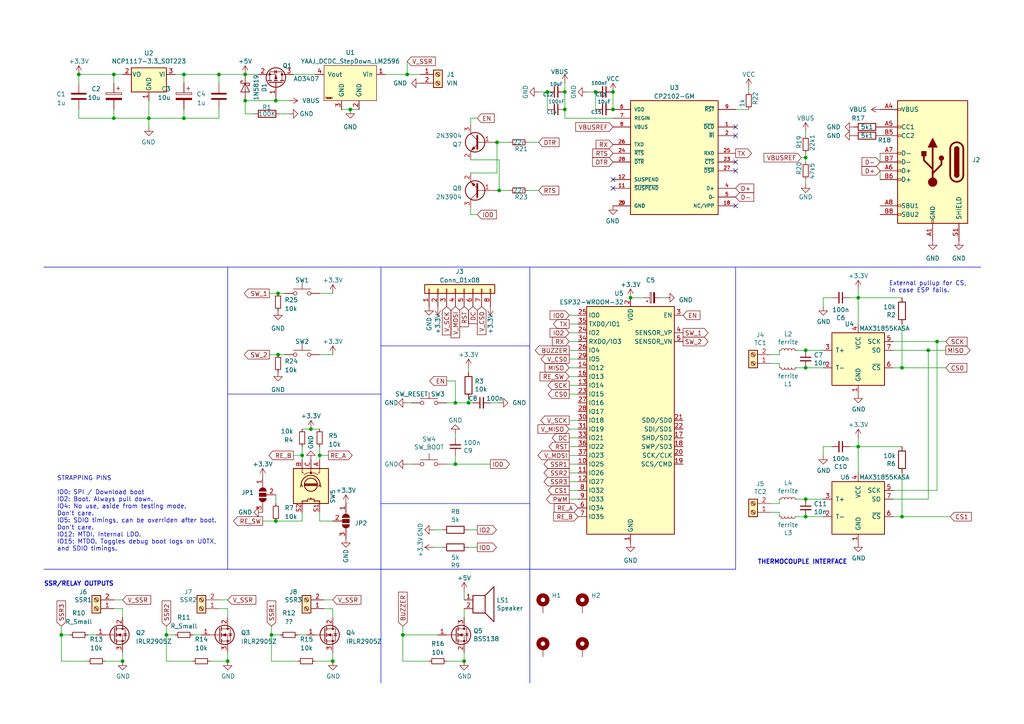
<source format=kicad_sch>
(kicad_sch (version 20230121) (generator eeschema)
  (paper "A4")
  (title_block (title "ReflowESP") (date "2022-08-22") (rev "v0.0.7") (company "Thomas Aldrian"))
  (junction (at 163.83 26.67))
  (junction (at 53.34 21.59))
  (junction (at 172.72 26.67))
  (junction (at 17.78 184.15))
  (junction (at 144.145 41.275))
  (junction (at 80.645 85.09))
  (junction (at 271.78 99.06))
  (junction (at 135.89 116.84))
  (junction (at 71.12 29.21))
  (junction (at 33.02 21.59))
  (junction (at 118.11 21.59))
  (junction (at 233.68 101.6))
  (junction (at 177.8 26.67))
  (junction (at 80.01 151.13))
  (junction (at 233.68 144.78))
  (junction (at 80.645 102.87))
  (junction (at 90.17 124.46))
  (junction (at 22.86 21.59))
  (junction (at 66.04 191.77))
  (junction (at 53.34 34.29))
  (junction (at 71.12 21.59))
  (junction (at 134.62 191.77))
  (junction (at 158.75 26.67))
  (junction (at 233.68 106.68))
  (junction (at 63.5 21.59))
  (junction (at 35.56 191.77))
  (junction (at 101.6 31.75))
  (junction (at 92.71 132.08))
  (junction (at 116.84 184.15))
  (junction (at 33.02 34.29))
  (junction (at 43.18 34.29))
  (junction (at 96.52 191.77))
  (junction (at 144.78 55.245))
  (junction (at 182.88 86.36))
  (junction (at 248.92 86.36))
  (junction (at 177.8 31.75))
  (junction (at 269.24 101.6))
  (junction (at 163.83 31.75))
  (junction (at 261.62 149.86))
  (junction (at 48.26 184.15))
  (junction (at 261.62 106.68))
  (junction (at 233.68 149.86))
  (junction (at 132.08 116.84))
  (junction (at 248.92 129.54))
  (junction (at 87.63 132.08))
  (junction (at 80.01 29.21))
  (junction (at 132.08 134.62))
  (junction (at 78.74 184.15))
  (junction (at 233.68 45.72))
  (no_connect (at 213.36 59.69))
  (no_connect (at 213.36 49.53))
  (no_connect (at 213.36 36.83))
  (no_connect (at 177.8 54.61))
  (no_connect (at 177.8 52.07))
  (no_connect (at 213.36 46.99))
  (no_connect (at 213.36 39.37))
  (wire (pts (xy 92.71 129.54) (xy 92.71 132.08)))
  (wire (pts (xy 132.08 110.49) (xy 132.08 116.84)))
  (wire (pts (xy 17.78 184.15) (xy 20.32 184.15)))
  (wire (pts (xy 132.08 134.62) (xy 142.24 134.62)))
  (wire (pts (xy 269.24 144.78) (xy 269.24 101.6)))
  (wire (pts (xy 87.63 132.08) (xy 87.63 133.35)))
  (wire (pts (xy 93.98 176.53) (xy 96.52 176.53)))
  (wire (pts (xy 96.52 176.53) (xy 96.52 179.07)))
  (wire (pts (xy 87.63 129.54) (xy 87.63 132.08)))
  (wire (pts (xy 138.43 153.67) (xy 135.89 153.67)))
  (wire (pts (xy 116.84 191.77) (xy 116.84 184.15)))
  (wire (pts (xy 80.645 102.87) (xy 82.55 102.87)))
  (wire (pts (xy 248.92 127) (xy 248.92 129.54)))
  (wire (pts (xy 135.89 106.68) (xy 135.89 107.95)))
  (wire (pts (xy 167.64 104.14) (xy 165.1 104.14)))
  (wire (pts (xy 163.83 26.67) (xy 163.83 31.75)))
  (wire (pts (xy 238.76 129.54) (xy 241.3 129.54)))
  (wire (pts (xy 259.08 144.78) (xy 269.24 144.78)))
  (wire (pts (xy 269.24 101.6) (xy 274.32 101.6)))
  (wire (pts (xy 78.74 184.15) (xy 81.28 184.15)))
  (wire (pts (xy 246.38 86.36) (xy 248.92 86.36)))
  (wire (pts (xy 35.56 176.53) (xy 35.56 179.07)))
  (wire (pts (xy 116.84 181.61) (xy 116.84 184.15)))
  (wire (pts (xy 83.82 33.02) (xy 81.28 33.02)))
  (wire (pts (xy 33.02 34.29) (xy 22.86 34.29)))
  (wire (pts (xy 135.89 158.75) (xy 138.43 158.75)))
  (wire (pts (xy 80.645 85.09) (xy 82.55 85.09)))
  (wire (pts (xy 25.4 184.15) (xy 27.94 184.15)))
  (wire (pts (xy 53.34 21.59) (xy 50.8 21.59)))
  (wire (pts (xy 96.52 173.99) (xy 93.98 173.99)))
  (wire (pts (xy 95.25 132.08) (xy 92.71 132.08)))
  (wire (pts (xy 78.74 191.77) (xy 86.36 191.77)))
  (wire (pts (xy 129.54 110.49) (xy 132.08 110.49)))
  (wire (pts (xy 53.34 21.59) (xy 53.34 24.13)))
  (wire (pts (xy 63.5 31.75) (xy 63.5 34.29)))
  (wire (pts (xy 74.93 21.59) (xy 71.12 21.59)))
  (wire (pts (xy 147.955 41.275) (xy 144.145 41.275)))
  (wire (pts (xy 85.09 21.59) (xy 91.44 21.59)))
  (wire (pts (xy 22.86 21.59) (xy 33.02 21.59)))
  (wire (pts (xy 43.18 36.83) (xy 43.18 34.29)))
  (wire (pts (xy 116.84 184.15) (xy 127 184.15)))
  (wire (pts (xy 231.14 149.86) (xy 233.68 149.86)))
  (wire (pts (xy 80.01 143.51) (xy 80.01 146.05)))
  (polyline (pts (xy 153.67 165.1) (xy 153.67 198.12)))
  (polyline (pts (xy 110.49 165.1) (xy 110.49 198.12)))
  (wire (pts (xy 63.5 21.59) (xy 53.34 21.59)))
  (wire (pts (xy 167.64 124.46) (xy 165.1 124.46)))
  (wire (pts (xy 238.76 132.08) (xy 238.76 129.54)))
  (wire (pts (xy 142.24 116.84) (xy 144.78 116.84)))
  (wire (pts (xy 96.52 102.87) (xy 92.71 102.87)))
  (wire (pts (xy 80.01 29.21) (xy 83.82 29.21)))
  (wire (pts (xy 129.54 191.77) (xy 134.62 191.77)))
  (wire (pts (xy 17.78 191.77) (xy 17.78 184.15)))
  (wire (pts (xy 135.89 116.84) (xy 137.16 116.84)))
  (wire (pts (xy 78.74 191.77) (xy 78.74 184.15)))
  (wire (pts (xy 226.06 105.41) (xy 223.52 105.41)))
  (wire (pts (xy 132.08 132.08) (xy 132.08 134.62)))
  (wire (pts (xy 248.92 86.36) (xy 248.92 93.98)))
  (wire (pts (xy 43.18 34.29) (xy 43.18 29.21)))
  (wire (pts (xy 48.26 184.15) (xy 50.8 184.15)))
  (wire (pts (xy 167.64 129.54) (xy 165.1 129.54)))
  (wire (pts (xy 76.2 151.13) (xy 80.01 151.13)))
  (wire (pts (xy 231.14 144.78) (xy 233.68 144.78)))
  (wire (pts (xy 226.06 102.87) (xy 223.52 102.87)))
  (wire (pts (xy 101.6 31.75) (xy 104.14 31.75)))
  (wire (pts (xy 129.54 134.62) (xy 132.08 134.62)))
  (wire (pts (xy 165.1 106.68) (xy 167.64 106.68)))
  (polyline (pts (xy 66.04 77.47) (xy 66.04 165.1)))
  (wire (pts (xy 96.52 189.23) (xy 96.52 191.77)))
  (wire (pts (xy 136.525 50.165) (xy 144.145 50.165)))
  (wire (pts (xy 129.54 116.84) (xy 132.08 116.84)))
  (wire (pts (xy 92.71 151.13) (xy 92.71 148.59)))
  (wire (pts (xy 17.78 181.61) (xy 17.78 184.15)))
  (wire (pts (xy 248.92 86.36) (xy 261.62 86.36)))
  (wire (pts (xy 78.74 181.61) (xy 78.74 184.15)))
  (wire (pts (xy 33.02 24.13) (xy 33.02 21.59)))
  (wire (pts (xy 259.08 142.24) (xy 271.78 142.24)))
  (polyline (pts (xy 12.7 77.47) (xy 153.67 77.47)))
  (wire (pts (xy 144.78 55.245) (xy 147.955 55.245)))
  (wire (pts (xy 177.8 34.29) (xy 163.83 34.29)))
  (wire (pts (xy 71.12 33.02) (xy 71.12 29.21)))
  (wire (pts (xy 121.92 21.59) (xy 118.11 21.59)))
  (wire (pts (xy 132.08 116.84) (xy 135.89 116.84)))
  (wire (pts (xy 177.8 26.67) (xy 177.8 31.75)))
  (wire (pts (xy 99.06 31.75) (xy 101.6 31.75)))
  (wire (pts (xy 167.64 127) (xy 165.1 127)))
  (wire (pts (xy 125.73 153.67) (xy 128.27 153.67)))
  (wire (pts (xy 231.14 101.6) (xy 233.68 101.6)))
  (polyline (pts (xy 66.04 114.3) (xy 110.49 114.3)))
  (wire (pts (xy 96.52 85.09) (xy 92.71 85.09)))
  (wire (pts (xy 167.64 96.52) (xy 165.1 96.52)))
  (wire (pts (xy 255.27 44.45) (xy 255.27 46.99)))
  (wire (pts (xy 233.68 101.6) (xy 238.76 101.6)))
  (wire (pts (xy 96.52 151.13) (xy 92.71 151.13)))
  (wire (pts (xy 255.27 49.53) (xy 255.27 52.07)))
  (wire (pts (xy 63.5 21.59) (xy 63.5 24.13)))
  (polyline (pts (xy 12.7 165.1) (xy 213.36 165.1)))
  (wire (pts (xy 165.1 93.98) (xy 167.64 93.98)))
  (wire (pts (xy 92.71 132.08) (xy 92.71 133.35)))
  (wire (pts (xy 78.105 102.87) (xy 80.645 102.87)))
  (wire (pts (xy 118.11 116.84) (xy 119.38 116.84)))
  (wire (pts (xy 167.64 121.92) (xy 165.1 121.92)))
  (wire (pts (xy 165.1 114.3) (xy 167.64 114.3)))
  (wire (pts (xy 17.78 191.77) (xy 25.4 191.77)))
  (wire (pts (xy 111.76 21.59) (xy 118.11 21.59)))
  (wire (pts (xy 165.1 144.78) (xy 167.64 144.78)))
  (wire (pts (xy 259.08 106.68) (xy 261.62 106.68)))
  (wire (pts (xy 134.62 189.23) (xy 134.62 191.77)))
  (wire (pts (xy 248.92 129.54) (xy 248.92 137.16)))
  (wire (pts (xy 136.525 62.23) (xy 136.525 60.325)))
  (wire (pts (xy 53.34 31.75) (xy 53.34 34.29)))
  (polyline (pts (xy 153.67 77.47) (xy 215.9 77.47)))
  (wire (pts (xy 30.48 191.77) (xy 35.56 191.77)))
  (wire (pts (xy 238.76 88.9) (xy 238.76 86.36)))
  (polyline (pts (xy 110.49 77.47) (xy 110.49 165.1)))
  (wire (pts (xy 85.09 132.08) (xy 87.63 132.08)))
  (wire (pts (xy 66.04 173.99) (xy 63.5 173.99)))
  (wire (pts (xy 271.78 99.06) (xy 274.32 99.06)))
  (polyline (pts (xy 213.36 77.47) (xy 213.36 165.1)))
  (wire (pts (xy 167.64 101.6) (xy 165.1 101.6)))
  (wire (pts (xy 153.035 55.245) (xy 156.21 55.245)))
  (wire (pts (xy 91.44 191.77) (xy 96.52 191.77)))
  (wire (pts (xy 233.68 45.72) (xy 233.68 46.99)))
  (wire (pts (xy 63.5 34.29) (xy 53.34 34.29)))
  (wire (pts (xy 233.68 44.45) (xy 233.68 45.72)))
  (wire (pts (xy 259.08 101.6) (xy 269.24 101.6)))
  (wire (pts (xy 144.78 55.245) (xy 144.145 55.245)))
  (wire (pts (xy 63.5 176.53) (xy 66.04 176.53)))
  (wire (pts (xy 261.62 137.16) (xy 261.62 149.86)))
  (wire (pts (xy 259.08 99.06) (xy 271.78 99.06)))
  (wire (pts (xy 163.83 34.29) (xy 163.83 31.75)))
  (wire (pts (xy 226.06 144.78) (xy 226.06 146.05)))
  (wire (pts (xy 167.64 132.08) (xy 165.1 132.08)))
  (wire (pts (xy 163.83 24.13) (xy 163.83 26.67)))
  (wire (pts (xy 35.56 189.23) (xy 35.56 191.77)))
  (wire (pts (xy 233.68 144.78) (xy 238.76 144.78)))
  (wire (pts (xy 138.43 62.23) (xy 136.525 62.23)))
  (wire (pts (xy 136.525 46.355) (xy 144.78 46.355)))
  (wire (pts (xy 233.68 38.1) (xy 233.68 39.37)))
  (wire (pts (xy 144.145 50.165) (xy 144.145 41.275)))
  (wire (pts (xy 66.04 176.53) (xy 66.04 179.07)))
  (wire (pts (xy 132.08 125.73) (xy 132.08 127)))
  (wire (pts (xy 232.41 45.72) (xy 233.68 45.72)))
  (wire (pts (xy 153.035 41.275) (xy 156.21 41.275)))
  (wire (pts (xy 33.02 31.75) (xy 33.02 34.29)))
  (wire (pts (xy 136.525 36.195) (xy 136.525 34.29)))
  (wire (pts (xy 165.1 142.24) (xy 167.64 142.24)))
  (wire (pts (xy 80.01 151.13) (xy 87.63 151.13)))
  (wire (pts (xy 238.76 86.36) (xy 241.3 86.36)))
  (polyline (pts (xy 110.49 146.05) (xy 153.67 146.05)))
  (wire (pts (xy 167.64 137.16) (xy 165.1 137.16)))
  (wire (pts (xy 165.1 109.22) (xy 167.64 109.22)))
  (wire (pts (xy 116.84 191.77) (xy 124.46 191.77)))
  (wire (pts (xy 259.08 149.86) (xy 261.62 149.86)))
  (polyline (pts (xy 153.67 165.1) (xy 153.67 77.47)))
  (wire (pts (xy 55.88 184.15) (xy 58.42 184.15)))
  (wire (pts (xy 158.75 26.67) (xy 158.75 31.75)))
  (wire (pts (xy 118.11 134.62) (xy 119.38 134.62)))
  (wire (pts (xy 261.62 93.98) (xy 261.62 106.68)))
  (polyline (pts (xy 110.49 100.33) (xy 153.67 100.33)))
  (wire (pts (xy 226.06 149.86) (xy 226.06 148.59)))
  (wire (pts (xy 217.17 25.4) (xy 217.17 26.67)))
  (wire (pts (xy 73.66 33.02) (xy 71.12 33.02)))
  (wire (pts (xy 87.63 124.46) (xy 90.17 124.46)))
  (wire (pts (xy 87.63 151.13) (xy 87.63 148.59)))
  (wire (pts (xy 167.64 139.7) (xy 165.1 139.7)))
  (polyline (pts (xy 215.9 77.47) (xy 284.48 77.47)))
  (wire (pts (xy 86.36 184.15) (xy 88.9 184.15)))
  (wire (pts (xy 48.26 191.77) (xy 48.26 184.15)))
  (wire (pts (xy 53.34 34.29) (xy 43.18 34.29)))
  (wire (pts (xy 226.06 146.05) (xy 223.52 146.05)))
  (wire (pts (xy 186.69 86.36) (xy 182.88 86.36)))
  (wire (pts (xy 191.77 86.36) (xy 193.04 86.36)))
  (wire (pts (xy 271.78 142.24) (xy 271.78 99.06)))
  (wire (pts (xy 90.17 124.46) (xy 92.71 124.46)))
  (wire (pts (xy 261.62 149.86) (xy 275.59 149.86)))
  (wire (pts (xy 165.1 99.06) (xy 167.64 99.06)))
  (wire (pts (xy 165.1 91.44) (xy 167.64 91.44)))
  (wire (pts (xy 135.89 115.57) (xy 135.89 116.84)))
  (wire (pts (xy 66.04 189.23) (xy 66.04 191.77)))
  (wire (pts (xy 134.62 171.45) (xy 134.62 173.99)))
  (wire (pts (xy 125.73 158.75) (xy 128.27 158.75)))
  (wire (pts (xy 60.96 191.77) (xy 66.04 191.77)))
  (wire (pts (xy 33.02 176.53) (xy 35.56 176.53)))
  (wire (pts (xy 134.62 176.53) (xy 134.62 179.07)))
  (wire (pts (xy 165.1 111.76) (xy 167.64 111.76)))
  (wire (pts (xy 248.92 129.54) (xy 261.62 129.54)))
  (wire (pts (xy 233.68 52.07) (xy 233.68 53.34)))
  (wire (pts (xy 226.06 106.68) (xy 226.06 105.41)))
  (wire (pts (xy 48.26 191.77) (xy 55.88 191.77)))
  (wire (pts (xy 43.18 34.29) (xy 33.02 34.29)))
  (wire (pts (xy 226.06 101.6) (xy 226.06 102.87)))
  (wire (pts (xy 233.68 149.86) (xy 238.76 149.86)))
  (wire (pts (xy 172.72 26.67) (xy 172.72 31.75)))
  (wire (pts (xy 48.26 181.61) (xy 48.26 184.15)))
  (wire (pts (xy 248.92 83.82) (xy 248.92 86.36)))
  (wire (pts (xy 233.68 106.68) (xy 238.76 106.68)))
  (wire (pts (xy 78.105 85.09) (xy 80.645 85.09)))
  (wire (pts (xy 144.78 46.355) (xy 144.78 55.245)))
  (wire (pts (xy 63.5 21.59) (xy 71.12 21.59)))
  (wire (pts (xy 231.14 106.68) (xy 233.68 106.68)))
  (wire (pts (xy 22.86 24.13) (xy 22.86 21.59)))
  (wire (pts (xy 118.11 17.78) (xy 118.11 21.59)))
  (wire (pts (xy 80.01 29.21) (xy 71.12 29.21)))
  (wire (pts (xy 158.75 26.67) (xy 156.21 26.67)))
  (wire (pts (xy 35.56 173.99) (xy 33.02 173.99)))
  (wire (pts (xy 136.525 34.29) (xy 138.43 34.29)))
  (wire (pts (xy 22.86 31.75) (xy 22.86 34.29)))
  (wire (pts (xy 33.02 21.59) (xy 35.56 21.59)))
  (wire (pts (xy 261.62 106.68) (xy 274.32 106.68)))
  (wire (pts (xy 246.38 129.54) (xy 248.92 129.54)))
  (wire (pts (xy 172.72 26.67) (xy 170.18 26.67)))
  (wire (pts (xy 167.64 134.62) (xy 165.1 134.62)))
  (wire (pts (xy 226.06 148.59) (xy 223.52 148.59)))
  (wire (pts (xy 217.17 31.75) (xy 213.36 31.75)))
  (text "STRAPPING PINS\n\nIO0: SPI / Download boot\nIO2: Boot. Always pull down.\nIO4: No use, aside from testing mode.\nDon't care.\nIO5: SDIO timings, can be overriden after boot.\nDon't care.\nIO12: MTDI. Internal LDO.\nIO15: MTDO. Toggles debug boot logs on U0TX,\nand SDIO timings." (at 16.51 160.02 0) (effects (font (size 1.27 1.27)) (justify left bottom)))
  (text "THERMOCOUPLE INTERFACE" (at 219.71 163.83 0) (effects (font (size 1.27 1.27) (thickness 0.254) bold) (justify left bottom)))
  (text "SSR/RELAY OUTPUTS" (at 12.7 170.18 0) (effects (font (size 1.27 1.27) (thickness 0.254) bold) (justify left bottom)))
  (text "External pullup for CS,\nin case ESP fails." (at 257.81 85.09 0) (effects (font (size 1.27 1.27)) (justify left bottom)))
  (global_label "SW_2" (shape output) (at 78.105 102.87 180) (property "Intersheetrefs" "${INTERSHEET_REFS}" (effects hide)))
  (global_label "MISO" (shape output) (at 274.32 101.6 0) (property "Intersheetrefs" "${INTERSHEET_REFS}" (effects hide)))
  (global_label "SSR1" (shape input) (at 78.74 181.61 90) (property "Intersheetrefs" "${INTERSHEET_REFS}" (effects hide)))
  (global_label "RE_A" (shape input) (at 167.64 147.32 180) (property "Intersheetrefs" "${INTERSHEET_REFS}" (effects hide)))
  (global_label "SCK" (shape output) (at 165.1 111.76 180) (property "Intersheetrefs" "${INTERSHEET_REFS}" (effects hide)))
  (global_label "SW_2" (shape output) (at 198.12 99.06 0) (property "Intersheetrefs" "${INTERSHEET_REFS}" (effects hide)))
  (global_label "SCK" (shape input) (at 274.32 99.06 0) (property "Intersheetrefs" "${INTERSHEET_REFS}" (effects hide)))
  (global_label "D+" (shape input) (at 213.36 54.61 0) (property "Intersheetrefs" "${INTERSHEET_REFS}" (effects hide)))
  (global_label "RE_SW" (shape input) (at 165.1 109.22 180) (property "Intersheetrefs" "${INTERSHEET_REFS}" (effects hide)))
  (global_label "RST" (shape input) (at 134.62 88.9 270) (property "Intersheetrefs" "${INTERSHEET_REFS}" (effects hide)))
  (global_label "V_MOSI" (shape input) (at 132.08 88.9 270) (property "Intersheetrefs" "${INTERSHEET_REFS}" (effects hide)))
  (global_label "D-" (shape input) (at 213.36 57.15 0) (property "Intersheetrefs" "${INTERSHEET_REFS}" (effects hide)))
  (global_label "IO2" (shape output) (at 138.43 153.67 0) (property "Intersheetrefs" "${INTERSHEET_REFS}" (effects hide)))
  (global_label "EN" (shape input) (at 198.12 91.44 0) (property "Intersheetrefs" "${INTERSHEET_REFS}" (effects hide)))
  (global_label "RE_B" (shape output) (at 85.09 132.08 180) (property "Intersheetrefs" "${INTERSHEET_REFS}" (effects hide)))
  (global_label "SSR1" (shape output) (at 165.1 134.62 180) (property "Intersheetrefs" "${INTERSHEET_REFS}" (effects hide)))
  (global_label "V_SSR" (shape input) (at 118.11 17.78 0) (property "Intersheetrefs" "${INTERSHEET_REFS}" (effects hide)))
  (global_label "VBUSREF" (shape input) (at 177.8 36.83 180) (property "Intersheetrefs" "${INTERSHEET_REFS}" (effects hide)))
  (global_label "BUZZER" (shape input) (at 116.84 181.61 90) (property "Intersheetrefs" "${INTERSHEET_REFS}" (effects hide)))
  (global_label "V_CS0" (shape output) (at 165.1 104.14 180) (property "Intersheetrefs" "${INTERSHEET_REFS}" (effects hide)))
  (global_label "V_MISO" (shape input) (at 165.1 124.46 180) (property "Intersheetrefs" "${INTERSHEET_REFS}" (effects hide)))
  (global_label "IO2" (shape input) (at 165.1 96.52 180) (property "Intersheetrefs" "${INTERSHEET_REFS}" (effects hide)))
  (global_label "V_SSR" (shape input) (at 35.56 173.99 0) (property "Intersheetrefs" "${INTERSHEET_REFS}" (effects hide)))
  (global_label "V_MOSI" (shape output) (at 165.1 132.08 180) (property "Intersheetrefs" "${INTERSHEET_REFS}" (effects hide)))
  (global_label "SW_1" (shape output) (at 198.12 96.52 0) (property "Intersheetrefs" "${INTERSHEET_REFS}" (effects hide)))
  (global_label "RE_A" (shape output) (at 95.25 132.08 0) (property "Intersheetrefs" "${INTERSHEET_REFS}" (effects hide)))
  (global_label "TX" (shape output) (at 213.36 44.45 0) (property "Intersheetrefs" "${INTERSHEET_REFS}" (effects hide)))
  (global_label "IO0" (shape input) (at 165.1 91.44 180) (property "Intersheetrefs" "${INTERSHEET_REFS}" (effects hide)))
  (global_label "DC" (shape input) (at 137.16 88.9 270) (property "Intersheetrefs" "${INTERSHEET_REFS}" (effects hide)))
  (global_label "V_SSR" (shape input) (at 66.04 173.99 0) (property "Intersheetrefs" "${INTERSHEET_REFS}" (effects hide)))
  (global_label "D+" (shape input) (at 255.27 49.53 180) (property "Intersheetrefs" "${INTERSHEET_REFS}" (effects hide)))
  (global_label "SW_1" (shape output) (at 78.105 85.09 180) (property "Intersheetrefs" "${INTERSHEET_REFS}" (effects hide)))
  (global_label "DTR" (shape input) (at 156.21 41.275 0) (property "Intersheetrefs" "${INTERSHEET_REFS}" (effects hide)))
  (global_label "RTS" (shape input) (at 156.21 55.245 0) (property "Intersheetrefs" "${INTERSHEET_REFS}" (effects hide)))
  (global_label "CS1" (shape input) (at 275.59 149.86 0) (property "Intersheetrefs" "${INTERSHEET_REFS}" (effects hide)))
  (global_label "RTS" (shape input) (at 177.8 44.45 180) (property "Intersheetrefs" "${INTERSHEET_REFS}" (effects hide)))
  (global_label "SSR2" (shape output) (at 165.1 137.16 180) (property "Intersheetrefs" "${INTERSHEET_REFS}" (effects hide)))
  (global_label "D-" (shape input) (at 255.27 46.99 180) (property "Intersheetrefs" "${INTERSHEET_REFS}" (effects hide)))
  (global_label "RX" (shape input) (at 165.1 99.06 180) (property "Intersheetrefs" "${INTERSHEET_REFS}" (effects hide)))
  (global_label "VBUSREF" (shape input) (at 232.41 45.72 180) (property "Intersheetrefs" "${INTERSHEET_REFS}" (effects hide)))
  (global_label "IO0" (shape output) (at 138.43 158.75 0) (property "Intersheetrefs" "${INTERSHEET_REFS}" (effects hide)))
  (global_label "TX" (shape output) (at 165.1 93.98 180) (property "Intersheetrefs" "${INTERSHEET_REFS}" (effects hide)))
  (global_label "EN" (shape input) (at 138.43 34.29 0) (property "Intersheetrefs" "${INTERSHEET_REFS}" (effects hide)))
  (global_label "EN" (shape output) (at 129.54 110.49 180) (property "Intersheetrefs" "${INTERSHEET_REFS}" (effects hide)))
  (global_label "CS1" (shape output) (at 165.1 142.24 180) (property "Intersheetrefs" "${INTERSHEET_REFS}" (effects hide)))
  (global_label "SSR3" (shape input) (at 17.78 181.61 90) (property "Intersheetrefs" "${INTERSHEET_REFS}" (effects hide)))
  (global_label "SSR3" (shape output) (at 165.1 139.7 180) (property "Intersheetrefs" "${INTERSHEET_REFS}" (effects hide)))
  (global_label "RST" (shape output) (at 165.1 129.54 180) (property "Intersheetrefs" "${INTERSHEET_REFS}" (effects hide)))
  (global_label "V_CS0" (shape input) (at 139.7 88.9 270) (property "Intersheetrefs" "${INTERSHEET_REFS}" (effects hide)))
  (global_label "DC" (shape output) (at 165.1 127 180) (property "Intersheetrefs" "${INTERSHEET_REFS}" (effects hide)))
  (global_label "PWM" (shape output) (at 165.1 144.78 180) (property "Intersheetrefs" "${INTERSHEET_REFS}" (effects hide)))
  (global_label "CS0" (shape output) (at 165.1 114.3 180) (property "Intersheetrefs" "${INTERSHEET_REFS}" (effects hide)))
  (global_label "V_SCK" (shape output) (at 165.1 121.92 180) (property "Intersheetrefs" "${INTERSHEET_REFS}" (effects hide)))
  (global_label "IO0" (shape input) (at 138.43 62.23 0) (property "Intersheetrefs" "${INTERSHEET_REFS}" (effects hide)))
  (global_label "DTR" (shape input) (at 177.8 46.99 180) (property "Intersheetrefs" "${INTERSHEET_REFS}" (effects hide)))
  (global_label "CS0" (shape input) (at 274.32 106.68 0) (property "Intersheetrefs" "${INTERSHEET_REFS}" (effects hide)))
  (global_label "V_SSR" (shape input) (at 96.52 173.99 0) (property "Intersheetrefs" "${INTERSHEET_REFS}" (effects hide)))
  (global_label "SSR2" (shape input) (at 48.26 181.61 90) (property "Intersheetrefs" "${INTERSHEET_REFS}" (effects hide)))
  (global_label "V_SCK" (shape input) (at 129.54 88.9 270) (property "Intersheetrefs" "${INTERSHEET_REFS}" (effects hide)))
  (global_label "IO0" (shape output) (at 142.24 134.62 0) (property "Intersheetrefs" "${INTERSHEET_REFS}" (effects hide)))
  (global_label "MISO" (shape input) (at 165.1 106.68 180) (property "Intersheetrefs" "${INTERSHEET_REFS}" (effects hide)))
  (global_label "RE_B" (shape input) (at 167.64 149.86 180) (property "Intersheetrefs" "${INTERSHEET_REFS}" (effects hide)))
  (global_label "RE_SW" (shape output) (at 76.2 151.13 180) (property "Intersheetrefs" "${INTERSHEET_REFS}" (effects hide)))
  (global_label "BUZZER" (shape output) (at 165.1 101.6 180) (property "Intersheetrefs" "${INTERSHEET_REFS}" (effects hide)))
  (global_label "RX" (shape input) (at 177.8 41.91 180) (property "Intersheetrefs" "${INTERSHEET_REFS}" (effects hide)))
  (symbol (lib_id "Sensor_Temperature:MAX31855KASA") (at 248.92 104.14 0) (unit 1)
    (property "Reference" "U4" (at 246.38 93.98 0))
    (property "Value" "MAX31855KASA" (at 256.54 95.25 0))
    (property "Footprint" "Package_SO:SOIC-8_3.9x4.9mm_P1.27mm" (effects hide))
    (property "Datasheet" "http://datasheets.maximintegrated.com/en/ds/MAX31855.pdf" (effects hide))
  )
  (symbol (lib_id "Sensor_Temperature:MAX31855KASA") (at 248.92 147.32 0) (unit 1)
    (property "Reference" "U6" (at 245.11 138.43 0))
    (property "Value" "MAX31855KASA" (at 256.54 138.43 0))
    (property "Footprint" "Package_SO:SOIC-8_3.9x4.9mm_P1.27mm" (effects hide))
    (property "Datasheet" "http://datasheets.maximintegrated.com/en/ds/MAX31855.pdf" (effects hide))
  )
  (symbol (lib_id "power:GND") (at 248.92 114.3 0) (unit 1)
    (property "Reference" "#PWR018" (effects hide))
    (property "Value" "GND" (at 249.047 118.6942 0))
  )
  (symbol (lib_id "power:GND") (at 43.18 36.83 0) (mirror y) (unit 1)
    (property "Reference" "#PWR06" (effects hide))
    (property "Value" "GND" (at 43.053 41.2242 0))
  )
  (symbol (lib_id "Connector:Screw_Terminal_01x02") (at 58.42 176.53 180) (unit 1)
    (property "Reference" "J7" (at 54.61 171.6786 0))
    (property "Value" "SSR2" (at 54.61 173.99 0))
    (property "Footprint" "TerminalBlock_4Ucon:TerminalBlock_4Ucon_1x02_P3.50mm_Horizontal" (effects hide))
  )
  (symbol (lib_id "power:GND") (at 66.04 191.77 0) (unit 1)
    (property "Reference" "#PWR037" (effects hide))
    (property "Value" "GND" (at 66.167 196.1642 0))
  )
  (symbol (lib_id "Regulator_Linear:NCP1117-3.3_SOT223") (at 43.18 21.59 0) (mirror y) (unit 1)
    (property "Reference" "U2" (at 43.18 15.4432 0))
    (property "Value" "NCP1117-3.3_SOT223" (at 43.18 17.7546 0))
    (property "Footprint" "Package_TO_SOT_SMD:SOT-223-3_TabPin2" (effects hide))
    (property "Datasheet" "http://www.onsemi.com/pub_link/Collateral/NCP1117-D.PDF" (effects hide))
  )
  (symbol (lib_id "Device:C_Small") (at 243.84 129.54 270) (unit 1)
    (property "Reference" "C10" (at 243.84 135.3566 90))
    (property "Value" "100n" (at 243.84 133.0452 90))
    (property "Footprint" "Capacitor_SMD:C_0603_1608Metric_Pad1.08x0.95mm_HandSolder" (effects hide))
  )
  (symbol (lib_id "Connector:Screw_Terminal_01x02") (at 27.94 176.53 180) (unit 1)
    (property "Reference" "J6" (at 24.13 171.6786 0))
    (property "Value" "SSR1" (at 24.13 173.99 0))
    (property "Footprint" "TerminalBlock_4Ucon:TerminalBlock_4Ucon_1x02_P3.50mm_Horizontal" (effects hide))
  )
  (symbol (lib_id "power:GND") (at 35.56 191.77 0) (unit 1)
    (property "Reference" "#PWR036" (effects hide))
    (property "Value" "GND" (at 35.687 196.1642 0))
  )
  (symbol (lib_id "power:GND") (at 248.92 157.48 0) (unit 1)
    (property "Reference" "#PWR033" (effects hide))
    (property "Value" "GND" (at 249.047 161.8742 0))
  )
  (symbol (lib_id "power:GND") (at 238.76 132.08 0) (unit 1)
    (property "Reference" "#PWR024" (effects hide))
    (property "Value" "GND" (at 238.887 136.4742 0))
  )
  (symbol (lib_id "Device:Speaker") (at 139.7 173.99 0) (unit 1)
    (property "Reference" "LS1" (at 144.018 174.0916 0) (effects (justify left)))
    (property "Value" "Speaker" (at 144.018 176.403 0) (effects (justify left)))
    (property "Footprint" "Buzzer_Beeper:Buzzer_12x9.5RM7.6" (effects hide))
  )
  (symbol (lib_id "Device:C_Small") (at 243.84 86.36 270) (unit 1)
    (property "Reference" "C6" (at 243.84 92.1766 90))
    (property "Value" "100n" (at 243.84 89.8652 90))
    (property "Footprint" "Capacitor_SMD:C_0603_1608Metric_Pad1.08x0.95mm_HandSolder" (effects hide))
  )
  (symbol (lib_id "power:GND") (at 238.76 88.9 0) (unit 1)
    (property "Reference" "#PWR016" (effects hide))
    (property "Value" "GND" (at 238.887 93.2942 0))
  )
  (symbol (lib_id "Device:R") (at 132.08 158.75 90) (unit 1)
    (property "Reference" "R9" (at 132.08 164.0078 90))
    (property "Value" "5k" (at 132.08 161.6964 90))
    (property "Footprint" "Resistor_SMD:R_0603_1608Metric_Pad0.98x0.95mm_HandSolder" (effects hide))
  )
  (symbol (lib_id "Device:R") (at 261.62 90.17 180) (unit 1)
    (property "Reference" "R2" (at 259.842 91.3384 0) (effects (justify left)))
    (property "Value" "10k" (at 259.842 89.027 0) (effects (justify left)))
    (property "Footprint" "Resistor_SMD:R_0603_1608Metric_Pad0.98x0.95mm_HandSolder" (effects hide))
  )
  (symbol (lib_id "Device:R") (at 261.62 133.35 180) (unit 1)
    (property "Reference" "R6" (at 259.842 134.5184 0) (effects (justify left)))
    (property "Value" "10k" (at 259.842 132.207 0) (effects (justify left)))
    (property "Footprint" "Resistor_SMD:R_0603_1608Metric_Pad0.98x0.95mm_HandSolder" (effects hide))
  )
  (symbol (lib_id "Device:R") (at 132.08 153.67 270) (unit 1)
    (property "Reference" "R8" (at 132.08 148.4122 90))
    (property "Value" "5k" (at 132.08 150.7236 90))
    (property "Footprint" "Resistor_SMD:R_0603_1608Metric_Pad0.98x0.95mm_HandSolder" (effects hide))
  )
  (symbol (lib_id "power:GND") (at 125.73 153.67 270) (unit 1)
    (property "Reference" "#PWR030" (effects hide))
    (property "Value" "GND" (at 121.92 153.67 0))
  )
  (symbol (lib_id "Device:C_Small") (at 233.68 104.14 0) (unit 1)
    (property "Reference" "C7" (at 236.0168 102.9716 0) (effects (justify left)))
    (property "Value" "10n" (at 236.0168 105.283 0) (effects (justify left)))
    (property "Footprint" "Capacitor_SMD:C_0603_1608Metric_Pad1.08x0.95mm_HandSolder" (effects hide))
  )
  (symbol (lib_id "Device:L_Small") (at 228.6 106.68 90) (mirror x) (unit 1)
    (property "Reference" "L1" (at 228.6 111.379 90))
    (property "Value" "ferrite" (at 228.6 109.0676 90))
    (property "Footprint" "Inductor_SMD:L_0603_1608Metric_Pad1.05x0.95mm_HandSolder" (effects hide))
  )
  (symbol (lib_id "Device:L_Small") (at 228.6 101.6 270) (mirror x) (unit 1)
    (property "Reference" "L2" (at 228.6 96.901 90))
    (property "Value" "ferrite" (at 228.6 99.2124 90))
    (property "Footprint" "Inductor_SMD:L_0603_1608Metric_Pad1.05x0.95mm_HandSolder" (effects hide))
  )
  (symbol (lib_id "Connector:Screw_Terminal_01x02") (at 218.44 105.41 180) (unit 1)
    (property "Reference" "J4" (at 220.5228 97.155 0))
    (property "Value" "TC1" (at 220.5228 99.4664 0))
    (property "Footprint" "TerminalBlock_4Ucon:TerminalBlock_4Ucon_1x02_P3.50mm_Horizontal" (effects hide))
  )
  (symbol (lib_id "Device:C_Small") (at 233.68 147.32 0) (unit 1)
    (property "Reference" "C11" (at 236.0168 146.1516 0) (effects (justify left)))
    (property "Value" "10n" (at 236.0168 148.463 0) (effects (justify left)))
    (property "Footprint" "Capacitor_SMD:C_0603_1608Metric_Pad1.08x0.95mm_HandSolder" (effects hide))
  )
  (symbol (lib_id "Device:L_Small") (at 228.6 149.86 90) (mirror x) (unit 1)
    (property "Reference" "L3" (at 228.6 154.559 90))
    (property "Value" "ferrite" (at 228.6 152.2476 90))
    (property "Footprint" "Inductor_SMD:L_0603_1608Metric_Pad1.05x0.95mm_HandSolder" (effects hide))
  )
  (symbol (lib_id "Device:L_Small") (at 228.6 144.78 270) (mirror x) (unit 1)
    (property "Reference" "L4" (at 228.6 140.081 90))
    (property "Value" "ferrite" (at 228.6 142.3924 90))
    (property "Footprint" "Inductor_SMD:L_0603_1608Metric_Pad1.05x0.95mm_HandSolder" (effects hide))
  )
  (symbol (lib_id "Connector:Screw_Terminal_01x02") (at 218.44 148.59 180) (unit 1)
    (property "Reference" "J5" (at 220.5228 140.335 0))
    (property "Value" "TC2" (at 220.5228 142.6464 0))
    (property "Footprint" "TerminalBlock_4Ucon:TerminalBlock_4Ucon_1x02_P3.50mm_Horizontal" (effects hide))
  )
  (symbol (lib_id "power:GND") (at 96.52 191.77 0) (unit 1)
    (property "Reference" "#PWR038" (effects hide))
    (property "Value" "GND" (at 96.647 196.1642 0))
  )
  (symbol (lib_id "Connector:Screw_Terminal_01x02") (at 88.9 176.53 180) (unit 1)
    (property "Reference" "J8" (at 85.09 171.6786 0))
    (property "Value" "SSR3" (at 85.09 173.99 0))
    (property "Footprint" "TerminalBlock_4Ucon:TerminalBlock_4Ucon_1x02_P3.50mm_Horizontal" (effects hide))
  )
  (symbol (lib_id "Switch:SW_Push") (at 124.46 116.84 0) (unit 1)
    (property "Reference" "SW3" (at 127 114.3 0))
    (property "Value" "SW_RESET" (at 119.38 114.3 0))
    (property "Footprint" "kien242:SW_SPST_B3U-1000P" (effects hide))
  )
  (symbol (lib_id "Switch:SW_Push") (at 124.46 134.62 0) (unit 1)
    (property "Reference" "SW4" (at 124.46 127.381 0))
    (property "Value" "SW_BOOT" (at 124.46 129.6924 0))
    (property "Footprint" "kien242:SW_SPST_B3U-1000P" (effects hide))
  )
  (symbol (lib_id "Device:C_Small") (at 132.08 129.54 0) (mirror x) (unit 1)
    (property "Reference" "C9" (at 134.4168 130.7084 0) (effects (justify left)))
    (property "Value" "100n" (at 134.4168 128.397 0) (effects (justify left)))
    (property "Footprint" "Capacitor_SMD:C_0603_1608Metric_Pad1.08x0.95mm_HandSolder" (effects hide))
  )
  (symbol (lib_id "power:VBUS") (at 83.82 29.21 270) (unit 1)
    (property "Reference" "#PWR02" (effects hide))
    (property "Value" "VBUS" (at 90.17 29.21 90))
  )
  (symbol (lib_name "GND_2") (lib_id "power:GND") (at 270.51 69.85 0) (unit 1)
    (property "Reference" "#PWR08" (effects hide))
    (property "Value" "GND" (at 270.51 74.93 0))
  )
  (symbol (lib_id "Device:R_Small") (at 80.645 105.41 0) (unit 1)
    (property "Reference" "R24" (at 82.55 104.775 0) (effects (justify left)))
    (property "Value" "10k" (at 82.55 107.315 0) (effects (justify left)))
    (property "Footprint" "Resistor_SMD:R_0603_1608Metric_Pad0.98x0.95mm_HandSolder" (effects hide))
  )
  (symbol (lib_id "power:GND") (at 156.21 26.67 270) (unit 1)
    (property "Reference" "#PWR050" (effects hide))
    (property "Value" "GND" (at 152.4 26.67 0))
  )
  (symbol (lib_name "GND_10") (lib_id "power:GND") (at 80.645 90.17 0) (unit 1)
    (property "Reference" "#PWR052" (effects hide))
    (property "Value" "GND" (at 80.645 95.25 0))
  )
  (symbol (lib_id "Device:R_Small") (at 88.9 191.77 90) (unit 1)
    (property "Reference" "R15" (at 88.9 185.42 90))
    (property "Value" "10k" (at 88.9 187.96 90))
    (property "Footprint" "Resistor_SMD:R_0603_1608Metric_Pad0.98x0.95mm_HandSolder" (effects hide))
  )
  (symbol (lib_id "power:GND") (at 100.33 156.21 0) (mirror y) (unit 1)
    (property "Reference" "#PWR031" (effects hide))
    (property "Value" "GND" (at 100.33 161.29 90))
  )
  (symbol (lib_id "power:VCC") (at 217.17 25.4 0) (unit 1)
    (property "Reference" "#PWR049" (effects hide))
    (property "Value" "VCC" (at 217.17 21.59 0))
  )
  (symbol (lib_id "power:VBUS") (at 255.27 31.75 90) (unit 1)
    (property "Reference" "#PWR03" (effects hide))
    (property "Value" "VBUS" (at 251.46 31.75 90) (effects (justify left)))
  )
  (symbol (lib_id "Device:C") (at 22.86 27.94 0) (mirror x) (unit 1)
    (property "Reference" "C1" (at 19.05 27.305 0) (effects (justify right)))
    (property "Value" "1u" (at 19.05 29.845 0) (effects (justify right)))
    (property "Footprint" "Capacitor_SMD:C_0603_1608Metric_Pad1.08x0.95mm_HandSolder" (effects hide))
  )
  (symbol (lib_id "Device:Q_NMOS_GDS") (at 93.98 184.15 0) (unit 1)
    (property "Reference" "Q4" (at 100.33 183.515 0) (effects (justify left)))
    (property "Value" "IRLR2905Z" (at 100.33 186.055 0) (effects (justify left)))
    (property "Footprint" "Package_TO_SOT_SMD:TO-252-2" (effects hide))
  )
  (symbol (lib_id "power:+3.3V") (at 248.92 127 0) (unit 1)
    (property "Reference" "#PWR023" (effects hide))
    (property "Value" "+3.3V" (at 248.92 123.19 0))
  )
  (symbol (lib_id "Device:RotaryEncoder_Switch") (at 90.17 140.97 270) (unit 1)
    (property "Reference" "SW5" (at 96.52 146.05 0) (effects (justify right)))
    (property "Value" " " (at 83.82 139.065 90) (effects (justify right)))
    (property "Footprint" "kien242:RotaryEncoder_Alps_EC11E-Switch_Vertical_H20mm" (effects hide))
  )
  (symbol (lib_id "Jumper:SolderJumper_3_Open") (at 100.33 151.13 270) (unit 1)
    (property "Reference" "JP2" (at 102.87 151.765 90) (effects (justify left)))
    (property "Value" " " (at 102.87 149.225 90) (effects (justify left)))
    (property "Footprint" "Jumper:SolderJumper-3_P2.0mm_Open_TrianglePad1.0x1.5mm_NumberLabels" (effects hide))
  )
  (symbol (lib_id "Mechanical:MountingHole_Pad") (at 157.48 187.96 0) (unit 1)
    (property "Reference" "H3" (effects hide))
    (property "Value" "MountingHole_Pad" (effects hide))
    (property "Footprint" "MountingHole:MountingHole_3.2mm_M3_Pad" (effects hide))
  )
  (symbol (lib_id "Transistor_FET:BSS138") (at 132.08 184.15 0) (unit 1)
    (property "Reference" "Q5" (at 137.2616 182.9816 0) (effects (justify left)))
    (property "Value" "BSS138" (at 137.2616 185.293 0) (effects (justify left)))
    (property "Footprint" "Package_TO_SOT_SMD:SOT-23_Handsoldering" (effects hide))
    (property "Datasheet" "https://www.onsemi.com/pub/Collateral/BSS138-D.PDF" (effects hide))
  )
  (symbol (lib_name "GND_2") (lib_id "power:GND") (at 278.13 69.85 0) (unit 1)
    (property "Reference" "#PWR09" (effects hide))
    (property "Value" "GND" (at 278.13 74.93 0))
  )
  (symbol (lib_id "nrfmicro-rescue:GND") (at 83.82 33.02 90) (mirror x) (unit 1)
    (property "Reference" "#PWR05" (effects hide))
    (property "Value" "GND" (at 88.9 33.02 90))
  )
  (symbol (lib_name "GND_4") (lib_id "power:GND") (at 193.04 86.36 90) (unit 1)
    (property "Reference" "#PWR012" (effects hide))
    (property "Value" "GND" (at 196.85 86.995 90) (effects (justify right)))
  )
  (symbol (lib_id "Connector_Generic:Conn_01x08") (at 132.08 83.82 90) (unit 1)
    (property "Reference" "J3" (at 133.35 78.74 90))
    (property "Value" "Conn_01x08" (at 133.35 81.28 90))
    (property "Footprint" "kien242:1.14_TFT_Display" (effects hide))
  )
  (symbol (lib_name "GND_8") (lib_id "power:GND") (at 247.65 39.37 270) (unit 1)
    (property "Reference" "#PWR042" (effects hide))
    (property "Value" "GND" (at 243.84 39.37 90) (effects (justify right)))
  )
  (symbol (lib_id "Device:R_Small") (at 150.495 41.275 270) (mirror x) (unit 1)
    (property "Reference" "R21" (at 149.225 43.18 90) (effects (justify left)))
    (property "Value" "22r" (at 150.495 41.275 90))
    (property "Footprint" "Resistor_SMD:R_0603_1608Metric_Pad0.98x0.95mm_HandSolder" (effects hide))
    (property "Datasheet" "https://datasheet.lcsc.com/lcsc/2206010130_UNI-ROYAL-Uniroyal-Elec-0603WAF1001T5E_C21190.pdf" (effects hide))
    (property "Manufacture" "UNI-ROYAL(Uniroyal Elec)" (effects hide))
    (property "Mfr Prt#" "0603WAF1001T5E" (effects hide))
    (property "LCSC Prt#" "C21190" (effects hide))
  )
  (symbol (lib_id "yaaj_dcdc_stepdown_lm2596:YAAJ_DCDC_StepDown_LM2596") (at 101.6 24.13 0) (mirror y) (unit 1)
    (property "Reference" "U1" (at 101.6 15.24 0))
    (property "Value" "YAAJ_DCDC_StepDown_LM2596" (at 101.6 17.78 0))
    (property "Footprint" "TerminalBlock_KF301:YAAJ_DCDC_StepDown_LM2596" (effects hide))
  )
  (symbol (lib_id "power:+3.3V") (at 76.2 138.43 0) (unit 1)
    (property "Reference" "#PWR027" (effects hide))
    (property "Value" "+3.3V" (at 76.2 134.62 0))
  )
  (symbol (lib_id "Device:R") (at 251.46 36.83 90) (unit 1)
    (property "Reference" "R17" (at 248.92 34.29 90))
    (property "Value" "5k1" (at 251.46 36.83 90))
    (property "Footprint" "Resistor_SMD:R_0603_1608Metric_Pad0.98x0.95mm_HandSolder" (effects hide))
  )
  (symbol (lib_id "Switch:SW_Push") (at 87.63 102.87 0) (mirror y) (unit 1)
    (property "Reference" "SW2" (at 87.63 99.06 0))
    (property "Value" " " (at 87.63 99.06 0))
    (property "Footprint" "Button_Switch_THT:SW_PUSH_6mm_H13mm" (effects hide))
  )
  (symbol (lib_name "GND_9") (lib_id "power:GND") (at 132.08 125.73 180) (unit 1)
    (property "Reference" "#PWR022" (effects hide))
    (property "Value" "GND" (at 132.08 121.92 0))
  )
  (symbol (lib_id "Mechanical:MountingHole_Pad") (at 168.91 175.26 0) (unit 1)
    (property "Reference" "H2" (at 171.45 172.7199 0) (effects (justify left)))
    (property "Value" "MountingHole_Pad" (effects hide))
    (property "Footprint" "MountingHole:MountingHole_3.2mm_M3_Pad" (effects hide))
  )
  (symbol (lib_id "Device:Q_NPN_BEC") (at 139.065 55.245 180) (unit 1)
    (property "Reference" "Q8" (at 133.985 54.61 0) (effects (justify left)))
    (property "Value" "2N3904" (at 133.985 57.15 0) (effects (justify left)))
    (property "Footprint" "Package_TO_SOT_SMD:SOT-23_Handsoldering" (effects hide))
  )
  (symbol (lib_id "Device:C_Polarized") (at 33.02 27.94 0) (mirror y) (unit 1)
    (property "Reference" "C2" (at 29.21 25.7809 0) (effects (justify left)))
    (property "Value" "10u" (at 29.21 28.3209 0) (effects (justify left)))
    (property "Footprint" "Capacitor_SMD:CP_Elec_4x5.4" (effects hide))
  )
  (symbol (lib_id "Device:C_Small") (at 161.29 31.75 270) (unit 1)
    (property "Reference" "C14" (at 158.496 32.512 90) (effects (font (size 1 1)) (justify left)))
    (property "Value" "100nF" (at 159.004 29.464 90) (effects (font (size 1 1)) (justify left)))
    (property "Footprint" "Capacitor_SMD:C_0603_1608Metric_Pad1.08x0.95mm_HandSolder" (effects hide))
    (property "Datasheet" "https://datasheet.lcsc.com/lcsc/1811081212_FH-Guangdong-Fenghua-Advanced-Tech-0603B104K500NT_C30926.pdf" (effects hide))
    (property "Manufacturer" "FH(Guangdong Fenghua Advanced Tech)" (effects hide))
    (property "Mfr Prt#" "0603B104K500NT" (effects hide))
    (property "LCSC Prt#" "C30926" (effects hide))
  )
  (symbol (lib_id "Device:R_Small") (at 150.495 55.245 270) (mirror x) (unit 1)
    (property "Reference" "R23" (at 149.225 57.15 90) (effects (justify left)))
    (property "Value" "22r" (at 150.495 55.245 90))
    (property "Footprint" "Resistor_SMD:R_0603_1608Metric_Pad0.98x0.95mm_HandSolder" (effects hide))
    (property "Datasheet" "https://datasheet.lcsc.com/lcsc/2206010130_UNI-ROYAL-Uniroyal-Elec-0603WAF1001T5E_C21190.pdf" (effects hide))
    (property "Manufacture" "UNI-ROYAL(Uniroyal Elec)" (effects hide))
    (property "Mfr Prt#" "0603WAF1001T5E" (effects hide))
    (property "LCSC Prt#" "C21190" (effects hide))
  )
  (symbol (lib_id "Device:Q_NMOS_GDS") (at 33.02 184.15 0) (unit 1)
    (property "Reference" "Q2" (at 39.37 183.515 0) (effects (justify left)))
    (property "Value" "IRLR2905Z" (at 39.37 186.055 0) (effects (justify left)))
    (property "Footprint" "Package_TO_SOT_SMD:TO-252-2" (effects hide))
  )
  (symbol (lib_id "power:GND") (at 76.2 148.59 270) (mirror x) (unit 1)
    (property "Reference" "#PWR029" (effects hide))
    (property "Value" "GND" (at 71.12 148.59 90))
  )
  (symbol (lib_name "GND_3") (lib_id "power:GND") (at 118.11 134.62 270) (unit 1)
    (property "Reference" "#PWR026" (effects hide))
    (property "Value" "GND" (at 115.57 134.62 90) (effects (justify right)))
  )
  (symbol (lib_id "power:+3.3V") (at 90.17 124.46 0) (unit 1)
    (property "Reference" "#PWR021" (effects hide))
    (property "Value" "+3.3V" (at 90.17 120.65 0))
  )
  (symbol (lib_name "GND_5") (lib_id "power:GND") (at 124.46 88.9 0) (unit 1)
    (property "Reference" "#PWR013" (effects hide))
    (property "Value" "GND" (at 124.46 93.98 90))
  )
  (symbol (lib_id "power:GND") (at 90.17 133.35 180) (unit 1)
    (property "Reference" "#PWR025" (effects hide))
    (property "Value" "GND" (at 90.17 128.27 90))
  )
  (symbol (lib_name "+5V_1") (lib_id "power:+5V") (at 71.12 21.59 0) (unit 1)
    (property "Reference" "#PWR044" (effects hide))
    (property "Value" "+5V" (at 71.12 17.78 0))
  )
  (symbol (lib_id "power:+3.3V") (at 100.33 146.05 0) (unit 1)
    (property "Reference" "#PWR028" (effects hide))
    (property "Value" "+3.3V" (at 100.33 142.24 0))
  )
  (symbol (lib_id "Device:C_Polarized_Small") (at 189.23 86.36 90) (unit 1)
    (property "Reference" "C5" (at 188.6839 81.28 90))
    (property "Value" " " (at 188.6839 83.82 90))
    (property "Footprint" "Capacitor_Tantalum_SMD:CP_EIA-3216-12_Kemet-S_Pad1.58x1.35mm_HandSolder" (effects hide))
  )
  (symbol (lib_id "power:+3.3V") (at 135.89 106.68 0) (unit 1)
    (property "Reference" "#PWR017" (effects hide))
    (property "Value" "+3.3V" (at 135.89 102.87 0))
  )
  (symbol (lib_id "Device:R_Small") (at 83.82 184.15 90) (unit 1)
    (property "Reference" "R12" (at 83.82 177.8 90))
    (property "Value" "??" (at 83.82 180.34 90))
    (property "Footprint" "Resistor_SMD:R_0603_1608Metric_Pad0.98x0.95mm_HandSolder" (effects hide))
  )
  (symbol (lib_id "Device:R_Small") (at 87.63 127 0) (unit 1)
    (property "Reference" "R4" (at 85.09 127.635 0) (effects (justify right)))
    (property "Value" "10k" (at 85.09 125.095 0) (effects (justify right)))
    (property "Footprint" "Resistor_SMD:R_0603_1608Metric_Pad0.98x0.95mm_HandSolder" (effects hide))
  )
  (symbol (lib_name "GND_7") (lib_id "power:GND") (at 101.6 31.75 0) (unit 1)
    (property "Reference" "#PWR040" (effects hide))
    (property "Value" "GND" (at 101.6 36.83 0))
  )
  (symbol (lib_id "nrfmicro-rescue:BSS83P") (at 80.01 24.13 270) (mirror x) (unit 1)
    (property "Reference" "Q1" (at 81.915 19.05 90) (effects (justify left)))
    (property "Value" "AO3407" (at 85.09 22.86 90) (effects (justify left)))
    (property "Footprint" "Package_TO_SOT_SMD:SOT-23_Handsoldering" (effects hide))
  )
  (symbol (lib_id "Device:C_Small") (at 175.26 26.67 270) (mirror x) (unit 1)
    (property "Reference" "C13" (at 172.72 27.432 90) (effects (font (size 1 1)) (justify left)))
    (property "Value" "100nF" (at 171.45 24.13 90) (effects (font (size 1 1)) (justify left)))
    (property "Footprint" "Capacitor_SMD:C_0603_1608Metric_Pad1.08x0.95mm_HandSolder" (effects hide))
    (property "Datasheet" "https://datasheet.lcsc.com/lcsc/1811081212_FH-Guangdong-Fenghua-Advanced-Tech-0603B104K500NT_C30926.pdf" (effects hide))
    (property "Manufacturer" "FH(Guangdong Fenghua Advanced Tech)" (effects hide))
    (property "Mfr Prt#" "0603B104K500NT" (effects hide))
    (property "LCSC Prt#" "C30926" (effects hide))
  )
  (symbol (lib_id "power:+3.3V") (at 96.52 102.87 0) (unit 1)
    (property "Reference" "#PWR054" (effects hide))
    (property "Value" "+3.3V" (at 96.52 99.06 0))
  )
  (symbol (lib_id "power:+3.3V") (at 125.73 158.75 90) (unit 1)
    (property "Reference" "#PWR034" (effects hide))
    (property "Value" "+3.3V" (at 121.92 158.75 0))
  )
  (symbol (lib_id "Device:Q_NMOS_GDS") (at 63.5 184.15 0) (unit 1)
    (property "Reference" "Q3" (at 69.85 183.515 0) (effects (justify left)))
    (property "Value" "IRLR2905Z" (at 69.85 186.055 0) (effects (justify left)))
    (property "Footprint" "Package_TO_SOT_SMD:TO-252-2" (effects hide))
  )
  (symbol (lib_id "power:+3.3V") (at 182.88 86.36 0) (unit 1)
    (property "Reference" "#PWR011" (effects hide))
    (property "Value" "+3.3V" (at 182.88 82.55 0))
  )
  (symbol (lib_id "power:VCC") (at 177.8 26.67 0) (unit 1)
    (property "Reference" "#PWR048" (effects hide))
    (property "Value" "VCC" (at 177.8 22.86 0))
  )
  (symbol (lib_id "Mechanical:MountingHole_Pad") (at 157.48 175.26 0) (unit 1)
    (property "Reference" "H1" (at 160.02 172.7199 0) (effects (justify left)))
    (property "Value" "MountingHole_Pad" (effects hide))
    (property "Footprint" "MountingHole:MountingHole_3.2mm_M3_Pad" (effects hide))
  )
  (symbol (lib_id "power:VBUS") (at 163.83 24.13 0) (unit 1)
    (property "Reference" "#PWR047" (effects hide))
    (property "Value" "VBUS" (at 162.306 20.828 0))
  )
  (symbol (lib_id "Device:R_Small") (at 53.34 184.15 90) (unit 1)
    (property "Reference" "R11" (at 53.34 179.07 90))
    (property "Value" "R_Small" (at 53.34 181.61 90))
    (property "Footprint" "Resistor_SMD:R_0603_1608Metric_Pad0.98x0.95mm_HandSolder" (effects hide))
  )
  (symbol (lib_id "Device:R") (at 135.89 111.76 0) (unit 1)
    (property "Reference" "R3" (at 137.668 110.5916 0) (effects (justify left)))
    (property "Value" "10k" (at 137.668 112.903 0) (effects (justify left)))
    (property "Footprint" "Resistor_SMD:R_0603_1608Metric_Pad0.98x0.95mm_HandSolder" (effects hide))
  )
  (symbol (lib_id "Device:R_Small") (at 127 191.77 270) (unit 1)
    (property "Reference" "R16" (at 127 186.69 90))
    (property "Value" "10k" (at 127 189.23 90))
    (property "Footprint" "Resistor_SMD:R_0603_1608Metric_Pad0.98x0.95mm_HandSolder" (effects hide))
  )
  (symbol (lib_name "GND_1") (lib_id "power:GND") (at 182.88 157.48 0) (unit 1)
    (property "Reference" "#PWR032" (effects hide))
    (property "Value" "GND" (at 182.88 162.56 0))
  )
  (symbol (lib_id "Device:R") (at 251.46 39.37 90) (unit 1)
    (property "Reference" "R18" (at 256.54 40.64 90))
    (property "Value" "5k1" (at 251.46 39.37 90))
    (property "Footprint" "Resistor_SMD:R_0603_1608Metric_Pad0.98x0.95mm_HandSolder" (effects hide))
  )
  (symbol (lib_id "Connector:Screw_Terminal_01x02") (at 127 21.59 0) (unit 1)
    (property "Reference" "J1" (at 129.54 21.5899 0) (effects (justify left)))
    (property "Value" "VIN" (at 129.54 24.1299 0) (effects (justify left)))
    (property "Footprint" "TerminalBlock_4Ucon:TerminalBlock_4Ucon_1x02_P3.50mm_Horizontal" (effects hide))
  )
  (symbol (lib_id "power:GND") (at 144.78 116.84 90) (unit 1)
    (property "Reference" "#PWR020" (effects hide))
    (property "Value" "GND" (at 148.59 116.8399 90) (effects (justify right)))
  )
  (symbol (lib_id "Device:C") (at 63.5 27.94 0) (mirror x) (unit 1)
    (property "Reference" "C4" (at 59.69 27.305 0) (effects (justify right)))
    (property "Value" "1u" (at 59.69 29.845 0) (effects (justify right)))
    (property "Footprint" "Capacitor_SMD:C_0603_1608Metric_Pad1.08x0.95mm_HandSolder" (effects hide))
  )
  (symbol (lib_id "nrfmicro-rescue:MBR0520") (at 71.12 25.4 90) (mirror x) (unit 1)
    (property "Reference" "D1" (at 76.6064 25.4 0))
    (property "Value" "1N5819" (at 74.295 25.4 0))
    (property "Footprint" "Diode_SMD:D_SOD-123" (effects hide))
  )
  (symbol (lib_id "Connector:USB_C_Receptacle_USB2.0") (at 270.51 46.99 0) (mirror y) (unit 1)
    (property "Reference" "J2" (at 281.94 46.355 0) (effects (justify right)))
    (property "Value" " " (at 281.94 48.895 0) (effects (justify right)))
    (property "Footprint" "kien242:USB-C-16pin-hight-v2" (effects hide))
    (property "Datasheet" "https://www.usb.org/sites/default/files/documents/usb_type-c.zip" (effects hide))
  )
  (symbol (lib_id "Device:Q_NPN_BEC") (at 139.065 41.275 0) (mirror y) (unit 1)
    (property "Reference" "Q7" (at 133.985 41.91 0) (effects (justify left)))
    (property "Value" "2N3904" (at 133.985 39.37 0) (effects (justify left)))
    (property "Footprint" "Package_TO_SOT_SMD:SOT-23_Handsoldering" (effects hide))
  )
  (symbol (lib_id "power:VBUS") (at 233.68 38.1 0) (unit 1)
    (property "Reference" "#PWR043" (effects hide))
    (property "Value" "VBUS" (at 233.68 34.29 0))
  )
  (symbol (lib_id "Device:R_Small") (at 92.71 127 180) (unit 1)
    (property "Reference" "R5" (at 95.25 126.365 0) (effects (justify right)))
    (property "Value" "10k" (at 95.25 128.905 0) (effects (justify right)))
    (property "Footprint" "Resistor_SMD:R_0603_1608Metric_Pad0.98x0.95mm_HandSolder" (effects hide))
  )
  (symbol (lib_name "GND_3") (lib_id "power:GND") (at 118.11 116.84 270) (unit 1)
    (property "Reference" "#PWR019" (effects hide))
    (property "Value" "GND" (at 115.57 116.84 90) (effects (justify right)))
  )
  (symbol (lib_id "Device:R_Small") (at 233.68 49.53 0) (unit 1)
    (property "Reference" "R20" (at 231.775 50.8 90) (effects (justify left)))
    (property "Value" "47k5" (at 235.585 52.07 90) (effects (justify left)))
    (property "Footprint" "Resistor_SMD:R_0603_1608Metric_Pad0.98x0.95mm_HandSolder" (effects hide))
    (property "Datasheet" "https://datasheet.lcsc.com/lcsc/2201121630_FOJAN-FRC0603F4752TS_C2933225.pdf" (effects hide))
    (property "Manufacturer" "FOJAN" (effects hide))
    (property "Mfr Prt#" "FRC0603F4752TS" (effects hide))
    (property "LCSC Prt#" "C2933225" (effects hide))
  )
  (symbol (lib_name "GND_8") (lib_id "power:GND") (at 247.65 36.83 270) (unit 1)
    (property "Reference" "#PWR041" (effects hide))
    (property "Value" "GND" (at 243.84 36.83 90) (effects (justify right)))
  )
  (symbol (lib_id "power:+3.3V") (at 142.24 88.9 180) (unit 1)
    (property "Reference" "#PWR015" (effects hide))
    (property "Value" "+3.3V" (at 142.24 93.98 90))
  )
  (symbol (lib_id "Mechanical:MountingHole_Pad") (at 168.91 187.96 0) (unit 1)
    (property "Reference" "H4" (effects hide))
    (property "Value" "MountingHole_Pad" (effects hide))
    (property "Footprint" "MountingHole:MountingHole_3.2mm_M3_Pad" (effects hide))
  )
  (symbol (lib_id "Jumper:SolderJumper_3_Open") (at 76.2 143.51 90) (mirror x) (unit 1)
    (property "Reference" "JP1" (at 73.66 142.875 90) (effects (justify left)))
    (property "Value" " " (at 73.66 145.415 90) (effects (justify left)))
    (property "Footprint" "Jumper:SolderJumper-3_P2.0mm_Open_TrianglePad1.0x1.5mm_NumberLabels" (effects hide))
  )
  (symbol (lib_id "power:GND") (at 134.62 191.77 0) (unit 1)
    (property "Reference" "#PWR039" (effects hide))
    (property "Value" "GND" (at 134.747 196.1642 0))
  )
  (symbol (lib_id "Device:R_Small") (at 217.17 29.21 0) (mirror y) (unit 1)
    (property "Reference" "R22" (at 219.075 30.48 90) (effects (justify left)))
    (property "Value" "1k" (at 215.265 31.115 90) (effects (justify left)))
    (property "Footprint" "Resistor_SMD:R_0603_1608Metric_Pad0.98x0.95mm_HandSolder" (effects hide))
    (property "Datasheet" "https://datasheet.lcsc.com/lcsc/2206010130_UNI-ROYAL-Uniroyal-Elec-0603WAF1001T5E_C21190.pdf" (effects hide))
    (property "Manufacture" "UNI-ROYAL(Uniroyal Elec)" (effects hide))
    (property "Mfr Prt#" "0603WAF1001T5E" (effects hide))
    (property "LCSC Prt#" "C21190" (effects hide))
  )
  (symbol (lib_id "Device:C_Small") (at 139.7 116.84 90) (unit 1)
    (property "Reference" "C8" (at 137.16 115.57 90))
    (property "Value" "100n" (at 143.51 115.57 90))
    (property "Footprint" "Capacitor_SMD:C_0603_1608Metric_Pad1.08x0.95mm_HandSolder" (effects hide))
  )
  (symbol (lib_id "Device:R_Small") (at 80.645 87.63 0) (unit 1)
    (property "Reference" "R25" (at 82.55 86.995 0) (effects (justify left)))
    (property "Value" "10k" (at 82.55 89.535 0) (effects (justify left)))
    (property "Footprint" "Resistor_SMD:R_0603_1608Metric_Pad0.98x0.95mm_HandSolder" (effects hide))
  )
  (symbol (lib_id "power:+3.3V") (at 22.86 21.59 0) (unit 1)
    (property "Reference" "#PWR04" (effects hide))
    (property "Value" "+3.3V" (at 22.86 17.78 0))
  )
  (symbol (lib_name "+5V_1") (lib_id "power:+5V") (at 134.62 171.45 0) (unit 1)
    (property "Reference" "#PWR035" (effects hide))
    (property "Value" "+5V" (at 134.62 167.64 0))
  )
  (symbol (lib_id "Device:R_Small") (at 58.42 191.77 90) (unit 1)
    (property "Reference" "R14" (at 58.42 185.42 90))
    (property "Value" "10k" (at 58.42 187.96 90))
    (property "Footprint" "Resistor_SMD:R_0603_1608Metric_Pad0.98x0.95mm_HandSolder" (effects hide))
  )
  (symbol (lib_id "power:+3.3V") (at 127 88.9 180) (unit 1)
    (property "Reference" "#PWR014" (effects hide))
    (property "Value" "+3.3V" (at 127 93.98 90))
  )
  (symbol (lib_id "Device:C_Small") (at 161.29 26.67 90) (unit 1)
    (property "Reference" "C12" (at 160.528 27.432 90) (effects (font (size 1 1)) (justify left)))
    (property "Value" "10uF" (at 163.322 24.384 90) (effects (font (size 1 1)) (justify left)))
    (property "Footprint" "Capacitor_SMD:C_0603_1608Metric_Pad1.08x0.95mm_HandSolder" (effects hide))
    (property "Datasheet" "https://datasheet.lcsc.com/lcsc/1811141116_Samsung-Electro-Mechanics-CL10A106MQ8NNNC_C1691.pdf" (effects hide))
    (property "Manufacturer" "Samsung Electro-Mechanics" (effects hide))
    (property "Mfr Prt#" "CL10A106MQ8NNNC" (effects hide))
    (property "LCSC Prt#" "C1691" (effects hide))
  )
  (symbol (lib_id "nrfmicro-rescue:R") (at 77.47 33.02 90) (mirror x) (unit 1)
    (property "Reference" "R1" (at 78.74 31.115 90) (effects (justify left)))
    (property "Value" "100K" (at 80.01 33.02 90) (effects (justify left)))
    (property "Footprint" "Resistor_SMD:R_0603_1608Metric_Pad0.98x0.95mm_HandSolder" (effects hide))
  )
  (symbol (lib_id "power:GND") (at 170.18 26.67 270) (mirror x) (unit 1)
    (property "Reference" "#PWR051" (effects hide))
    (property "Value" "GND" (at 166.37 26.67 0))
  )
  (symbol (lib_id "CP2102-GM:CP2102-GM") (at 195.58 46.99 0) (mirror y) (unit 1)
    (property "Reference" "U3" (at 195.58 25.4 0))
    (property "Value" "CP2102-GM" (at 195.58 27.94 0))
    (property "Footprint" "Package_DFN_QFN:QFN-28-1EP_5x5mm_P0.5mm_EP3.35x3.35mm_ThermalVias" (effects hide))
    (property "SNAPEDA_PACKAGE_ID" "11371" (effects hide))
    (property "PACKAGE" "QFN-28 Silicon Labs" (effects hide))
    (property "PRICE" "3.43 USD" (effects hide))
    (property "STANDARD" "IPC-7351B" (effects hide))
    (property "PARTREV" "1.8" (effects hide))
    (property "MP" "CP2102-GM" (effects hide))
    (property "MANUFACTURER" "Silicon Labs" (effects hide))
    (property "AVAILABILITY" "Good" (effects hide))
    (property "DESCRIPTION" "IC USB-TO-UART BRIDGE 28VQFN" (effects hide))
  )
  (symbol (lib_id "Device:R_Small") (at 233.68 41.91 0) (unit 1)
    (property "Reference" "R19" (at 231.775 43.18 90) (effects (justify left)))
    (property "Value" "22k1" (at 235.585 43.815 90) (effects (justify left)))
    (property "Footprint" "Resistor_SMD:R_0603_1608Metric_Pad0.98x0.95mm_HandSolder" (effects hide))
    (property "Datasheet" "https://datasheet.lcsc.com/lcsc/1811071314_FH-Guangdong-Fenghua-Advanced-Tech-RS-03K2212FT_C310274.pdf" (effects hide))
    (property "Manufacture" "FH(Guangdong Fenghua Advanced Tech)" (effects hide))
    (property "Mfr Prt#" "RS-03K2212FT" (effects hide))
    (property "LCSC Prt#" "C310274" (effects hide))
  )
  (symbol (lib_id "power:+3.3V") (at 96.52 85.09 0) (unit 1)
    (property "Reference" "#PWR046" (effects hide))
    (property "Value" "+3.3V" (at 96.52 81.28 0))
  )
  (symbol (lib_id "Device:R_Small") (at 22.86 184.15 90) (unit 1)
    (property "Reference" "R10" (at 22.86 177.8 90))
    (property "Value" "R_Small" (at 22.86 180.34 90))
    (property "Footprint" "Resistor_SMD:R_0603_1608Metric_Pad0.98x0.95mm_HandSolder" (effects hide))
  )
  (symbol (lib_id "Device:R_Small") (at 80.01 148.59 0) (unit 1)
    (property "Reference" "R7" (at 82.55 147.3199 0) (effects (justify left)))
    (property "Value" "10k" (at 82.55 149.8599 0) (effects (justify left)))
    (property "Footprint" "Resistor_SMD:R_0603_1608Metric_Pad0.98x0.95mm_HandSolder" (effects hide))
  )
  (symbol (lib_id "Device:R_Small") (at 27.94 191.77 90) (unit 1)
    (property "Reference" "R13" (at 27.94 185.42 90))
    (property "Value" "10k" (at 27.94 187.96 90))
    (property "Footprint" "Resistor_SMD:R_0603_1608Metric_Pad0.98x0.95mm_HandSolder" (effects hide))
  )
  (symbol (lib_id "power:GND") (at 233.68 53.34 0) (unit 1)
    (property "Reference" "#PWR045" (effects hide))
    (property "Value" "GND" (at 233.68 57.15 0))
  )
  (symbol (lib_id "Device:C_Polarized") (at 53.34 27.94 0) (mirror y) (unit 1)
    (property "Reference" "C3" (at 49.53 25.7809 0) (effects (justify left)))
    (property "Value" "10u" (at 49.53 28.3209 0) (effects (justify left)))
    (property "Footprint" "Capacitor_SMD:CP_Elec_4x5.4" (effects hide))
  )
  (symbol (lib_id "Device:C_Small") (at 175.26 31.75 90) (mirror x) (unit 1)
    (property "Reference" "C15" (at 174.498 32.512 90) (effects (font (size 1 1)) (justify left)))
    (property "Value" "10uF" (at 177.1495 29.5264 90) (effects (font (size 1 1)) (justify left)))
    (property "Footprint" "Capacitor_SMD:C_0603_1608Metric_Pad1.08x0.95mm_HandSolder" (effects hide))
    (property "Datasheet" "https://datasheet.lcsc.com/lcsc/1811141116_Samsung-Electro-Mechanics-CL10A106MQ8NNNC_C1691.pdf" (effects hide))
    (property "Manufacturer" "Samsung Electro-Mechanics" (effects hide))
    (property "Mfr Prt#" "CL10A106MQ8NNNC" (effects hide))
    (property "LCSC Prt#" "C1691" (effects hide))
  )
  (symbol (lib_id "RF_Module:ESP32-WROOM-32") (at 182.88 121.92 0) (mirror y) (unit 1)
    (property "Reference" "U5" (at 180.9241 85.09 0) (effects (justify left)))
    (property "Value" "ESP32-WROOM-32" (at 180.9241 87.63 0) (effects (justify left)))
    (property "Footprint" "RF_Module:ESP32-WROOM-32" (effects hide))
    (property "Datasheet" "https://www.espressif.com/sites/default/files/documentation/esp32-wroom-32_datasheet_en.pdf" (effects hide))
  )
  (symbol (lib_name "GND_6") (lib_id "power:GND") (at 121.92 24.13 270) (unit 1)
    (property "Reference" "#PWR01" (effects hide))
    (property "Value" "GND" (at 118.11 24.13 90) (effects (justify right)))
  )
  (symbol (lib_name "GND_10") (lib_id "power:GND") (at 80.645 107.95 0) (unit 1)
    (property "Reference" "#PWR053" (effects hide))
    (property "Value" "GND" (at 80.645 113.03 0))
  )
  (symbol (lib_id "power:GND") (at 177.8 59.69 0) (mirror y) (unit 1)
    (property "Reference" "#PWR07" (effects hide))
    (property "Value" "GND" (at 177.673 64.0842 0))
  )
  (symbol (lib_id "power:+3.3V") (at 248.92 83.82 0) (unit 1)
    (property "Reference" "#PWR010" (effects hide))
    (property "Value" "+3.3V" (at 248.92 80.01 0))
  )
  (symbol (lib_id "Switch:SW_Push") (at 87.63 85.09 0) (unit 1)
    (property "Reference" "SW1" (at 87.63 81.28 0))
    (property "Value" " " (at 87.63 81.28 0))
    (property "Footprint" "Button_Switch_THT:SW_PUSH_6mm_H13mm" (effects hide))
  )
)
</source>
